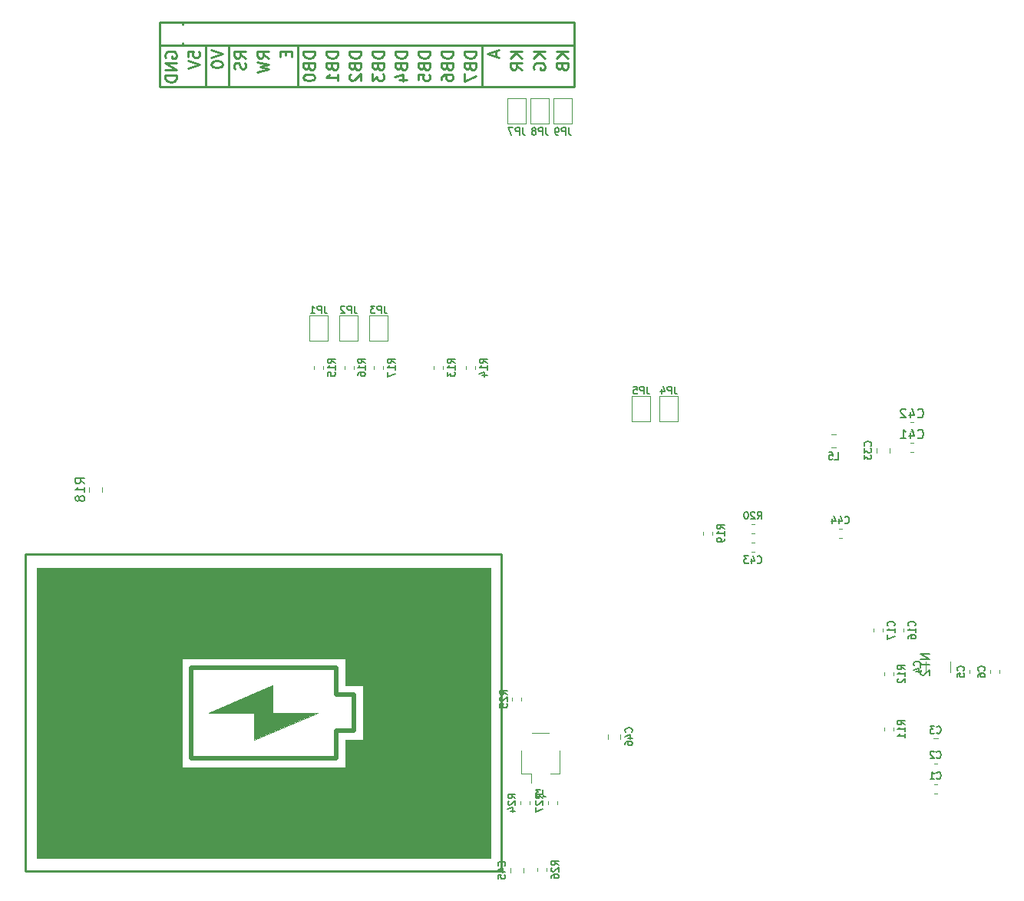
<source format=gbo>
G04 #@! TF.GenerationSoftware,KiCad,Pcbnew,(5.1.5)-3*
G04 #@! TF.CreationDate,2020-03-06T01:27:03-08:00*
G04 #@! TF.ProjectId,pandora,70616e64-6f72-4612-9e6b-696361645f70,A*
G04 #@! TF.SameCoordinates,PXf877d2b8PY8db4db0*
G04 #@! TF.FileFunction,Legend,Bot*
G04 #@! TF.FilePolarity,Positive*
%FSLAX46Y46*%
G04 Gerber Fmt 4.6, Leading zero omitted, Abs format (unit mm)*
G04 Created by KiCad (PCBNEW (5.1.5)-3) date 2020-03-06 01:27:03*
%MOMM*%
%LPD*%
G04 APERTURE LIST*
%ADD10C,0.254000*%
%ADD11C,0.120000*%
%ADD12C,0.100000*%
%ADD13C,0.500000*%
%ADD14C,0.250000*%
%ADD15C,0.150000*%
G04 APERTURE END LIST*
D10*
X23622000Y102362000D02*
X23622000Y97790000D01*
X21082000Y102362000D02*
X21082000Y97790000D01*
X31242000Y102362000D02*
X31242000Y97790000D01*
X51562000Y102362000D02*
X51562000Y97790000D01*
X61026524Y101640520D02*
X59756524Y101640520D01*
X61026524Y100914805D02*
X60300810Y101459091D01*
X59756524Y100914805D02*
X60482239Y101640520D01*
X60361286Y99947186D02*
X60421762Y99765758D01*
X60482239Y99705281D01*
X60603191Y99644805D01*
X60784620Y99644805D01*
X60905572Y99705281D01*
X60966048Y99765758D01*
X61026524Y99886710D01*
X61026524Y100370520D01*
X59756524Y100370520D01*
X59756524Y99947186D01*
X59817000Y99826234D01*
X59877477Y99765758D01*
X59998429Y99705281D01*
X60119381Y99705281D01*
X60240334Y99765758D01*
X60300810Y99826234D01*
X60361286Y99947186D01*
X60361286Y100370520D01*
X58486524Y101640520D02*
X57216524Y101640520D01*
X58486524Y100914805D02*
X57760810Y101459091D01*
X57216524Y100914805D02*
X57942239Y101640520D01*
X57277000Y99705281D02*
X57216524Y99826234D01*
X57216524Y100007662D01*
X57277000Y100189091D01*
X57397953Y100310043D01*
X57518905Y100370520D01*
X57760810Y100430996D01*
X57942239Y100430996D01*
X58184143Y100370520D01*
X58305096Y100310043D01*
X58426048Y100189091D01*
X58486524Y100007662D01*
X58486524Y99886710D01*
X58426048Y99705281D01*
X58365572Y99644805D01*
X57942239Y99644805D01*
X57942239Y99886710D01*
X55946524Y101640520D02*
X54676524Y101640520D01*
X55946524Y100914805D02*
X55220810Y101459091D01*
X54676524Y100914805D02*
X55402239Y101640520D01*
X55946524Y99644805D02*
X55341762Y100068139D01*
X55946524Y100370520D02*
X54676524Y100370520D01*
X54676524Y99886710D01*
X54737000Y99765758D01*
X54797477Y99705281D01*
X54918429Y99644805D01*
X55099858Y99644805D01*
X55220810Y99705281D01*
X55281286Y99765758D01*
X55341762Y99886710D01*
X55341762Y100370520D01*
X53043667Y101700996D02*
X53043667Y101096234D01*
X53406524Y101821948D02*
X52136524Y101398615D01*
X53406524Y100975281D01*
X50866524Y101640520D02*
X49596524Y101640520D01*
X49596524Y101338139D01*
X49657000Y101156710D01*
X49777953Y101035758D01*
X49898905Y100975281D01*
X50140810Y100914805D01*
X50322239Y100914805D01*
X50564143Y100975281D01*
X50685096Y101035758D01*
X50806048Y101156710D01*
X50866524Y101338139D01*
X50866524Y101640520D01*
X50201286Y99947186D02*
X50261762Y99765758D01*
X50322239Y99705281D01*
X50443191Y99644805D01*
X50624620Y99644805D01*
X50745572Y99705281D01*
X50806048Y99765758D01*
X50866524Y99886710D01*
X50866524Y100370520D01*
X49596524Y100370520D01*
X49596524Y99947186D01*
X49657000Y99826234D01*
X49717477Y99765758D01*
X49838429Y99705281D01*
X49959381Y99705281D01*
X50080334Y99765758D01*
X50140810Y99826234D01*
X50201286Y99947186D01*
X50201286Y100370520D01*
X49596524Y99221472D02*
X49596524Y98374805D01*
X50866524Y98919091D01*
X48326524Y101640520D02*
X47056524Y101640520D01*
X47056524Y101338139D01*
X47117000Y101156710D01*
X47237953Y101035758D01*
X47358905Y100975281D01*
X47600810Y100914805D01*
X47782239Y100914805D01*
X48024143Y100975281D01*
X48145096Y101035758D01*
X48266048Y101156710D01*
X48326524Y101338139D01*
X48326524Y101640520D01*
X47661286Y99947186D02*
X47721762Y99765758D01*
X47782239Y99705281D01*
X47903191Y99644805D01*
X48084620Y99644805D01*
X48205572Y99705281D01*
X48266048Y99765758D01*
X48326524Y99886710D01*
X48326524Y100370520D01*
X47056524Y100370520D01*
X47056524Y99947186D01*
X47117000Y99826234D01*
X47177477Y99765758D01*
X47298429Y99705281D01*
X47419381Y99705281D01*
X47540334Y99765758D01*
X47600810Y99826234D01*
X47661286Y99947186D01*
X47661286Y100370520D01*
X47056524Y98556234D02*
X47056524Y98798139D01*
X47117000Y98919091D01*
X47177477Y98979567D01*
X47358905Y99100520D01*
X47600810Y99160996D01*
X48084620Y99160996D01*
X48205572Y99100520D01*
X48266048Y99040043D01*
X48326524Y98919091D01*
X48326524Y98677186D01*
X48266048Y98556234D01*
X48205572Y98495758D01*
X48084620Y98435281D01*
X47782239Y98435281D01*
X47661286Y98495758D01*
X47600810Y98556234D01*
X47540334Y98677186D01*
X47540334Y98919091D01*
X47600810Y99040043D01*
X47661286Y99100520D01*
X47782239Y99160996D01*
X45786524Y101640520D02*
X44516524Y101640520D01*
X44516524Y101338139D01*
X44577000Y101156710D01*
X44697953Y101035758D01*
X44818905Y100975281D01*
X45060810Y100914805D01*
X45242239Y100914805D01*
X45484143Y100975281D01*
X45605096Y101035758D01*
X45726048Y101156710D01*
X45786524Y101338139D01*
X45786524Y101640520D01*
X45121286Y99947186D02*
X45181762Y99765758D01*
X45242239Y99705281D01*
X45363191Y99644805D01*
X45544620Y99644805D01*
X45665572Y99705281D01*
X45726048Y99765758D01*
X45786524Y99886710D01*
X45786524Y100370520D01*
X44516524Y100370520D01*
X44516524Y99947186D01*
X44577000Y99826234D01*
X44637477Y99765758D01*
X44758429Y99705281D01*
X44879381Y99705281D01*
X45000334Y99765758D01*
X45060810Y99826234D01*
X45121286Y99947186D01*
X45121286Y100370520D01*
X44516524Y98495758D02*
X44516524Y99100520D01*
X45121286Y99160996D01*
X45060810Y99100520D01*
X45000334Y98979567D01*
X45000334Y98677186D01*
X45060810Y98556234D01*
X45121286Y98495758D01*
X45242239Y98435281D01*
X45544620Y98435281D01*
X45665572Y98495758D01*
X45726048Y98556234D01*
X45786524Y98677186D01*
X45786524Y98979567D01*
X45726048Y99100520D01*
X45665572Y99160996D01*
X43246524Y101640520D02*
X41976524Y101640520D01*
X41976524Y101338139D01*
X42037000Y101156710D01*
X42157953Y101035758D01*
X42278905Y100975281D01*
X42520810Y100914805D01*
X42702239Y100914805D01*
X42944143Y100975281D01*
X43065096Y101035758D01*
X43186048Y101156710D01*
X43246524Y101338139D01*
X43246524Y101640520D01*
X42581286Y99947186D02*
X42641762Y99765758D01*
X42702239Y99705281D01*
X42823191Y99644805D01*
X43004620Y99644805D01*
X43125572Y99705281D01*
X43186048Y99765758D01*
X43246524Y99886710D01*
X43246524Y100370520D01*
X41976524Y100370520D01*
X41976524Y99947186D01*
X42037000Y99826234D01*
X42097477Y99765758D01*
X42218429Y99705281D01*
X42339381Y99705281D01*
X42460334Y99765758D01*
X42520810Y99826234D01*
X42581286Y99947186D01*
X42581286Y100370520D01*
X42399858Y98556234D02*
X43246524Y98556234D01*
X41916048Y98858615D02*
X42823191Y99160996D01*
X42823191Y98374805D01*
X40706524Y101640520D02*
X39436524Y101640520D01*
X39436524Y101338139D01*
X39497000Y101156710D01*
X39617953Y101035758D01*
X39738905Y100975281D01*
X39980810Y100914805D01*
X40162239Y100914805D01*
X40404143Y100975281D01*
X40525096Y101035758D01*
X40646048Y101156710D01*
X40706524Y101338139D01*
X40706524Y101640520D01*
X40041286Y99947186D02*
X40101762Y99765758D01*
X40162239Y99705281D01*
X40283191Y99644805D01*
X40464620Y99644805D01*
X40585572Y99705281D01*
X40646048Y99765758D01*
X40706524Y99886710D01*
X40706524Y100370520D01*
X39436524Y100370520D01*
X39436524Y99947186D01*
X39497000Y99826234D01*
X39557477Y99765758D01*
X39678429Y99705281D01*
X39799381Y99705281D01*
X39920334Y99765758D01*
X39980810Y99826234D01*
X40041286Y99947186D01*
X40041286Y100370520D01*
X39436524Y99221472D02*
X39436524Y98435281D01*
X39920334Y98858615D01*
X39920334Y98677186D01*
X39980810Y98556234D01*
X40041286Y98495758D01*
X40162239Y98435281D01*
X40464620Y98435281D01*
X40585572Y98495758D01*
X40646048Y98556234D01*
X40706524Y98677186D01*
X40706524Y99040043D01*
X40646048Y99160996D01*
X40585572Y99221472D01*
X38166524Y101640520D02*
X36896524Y101640520D01*
X36896524Y101338139D01*
X36957000Y101156710D01*
X37077953Y101035758D01*
X37198905Y100975281D01*
X37440810Y100914805D01*
X37622239Y100914805D01*
X37864143Y100975281D01*
X37985096Y101035758D01*
X38106048Y101156710D01*
X38166524Y101338139D01*
X38166524Y101640520D01*
X37501286Y99947186D02*
X37561762Y99765758D01*
X37622239Y99705281D01*
X37743191Y99644805D01*
X37924620Y99644805D01*
X38045572Y99705281D01*
X38106048Y99765758D01*
X38166524Y99886710D01*
X38166524Y100370520D01*
X36896524Y100370520D01*
X36896524Y99947186D01*
X36957000Y99826234D01*
X37017477Y99765758D01*
X37138429Y99705281D01*
X37259381Y99705281D01*
X37380334Y99765758D01*
X37440810Y99826234D01*
X37501286Y99947186D01*
X37501286Y100370520D01*
X37017477Y99160996D02*
X36957000Y99100520D01*
X36896524Y98979567D01*
X36896524Y98677186D01*
X36957000Y98556234D01*
X37017477Y98495758D01*
X37138429Y98435281D01*
X37259381Y98435281D01*
X37440810Y98495758D01*
X38166524Y99221472D01*
X38166524Y98435281D01*
X35626524Y101640520D02*
X34356524Y101640520D01*
X34356524Y101338139D01*
X34417000Y101156710D01*
X34537953Y101035758D01*
X34658905Y100975281D01*
X34900810Y100914805D01*
X35082239Y100914805D01*
X35324143Y100975281D01*
X35445096Y101035758D01*
X35566048Y101156710D01*
X35626524Y101338139D01*
X35626524Y101640520D01*
X34961286Y99947186D02*
X35021762Y99765758D01*
X35082239Y99705281D01*
X35203191Y99644805D01*
X35384620Y99644805D01*
X35505572Y99705281D01*
X35566048Y99765758D01*
X35626524Y99886710D01*
X35626524Y100370520D01*
X34356524Y100370520D01*
X34356524Y99947186D01*
X34417000Y99826234D01*
X34477477Y99765758D01*
X34598429Y99705281D01*
X34719381Y99705281D01*
X34840334Y99765758D01*
X34900810Y99826234D01*
X34961286Y99947186D01*
X34961286Y100370520D01*
X35626524Y98435281D02*
X35626524Y99160996D01*
X35626524Y98798139D02*
X34356524Y98798139D01*
X34537953Y98919091D01*
X34658905Y99040043D01*
X34719381Y99160996D01*
X33086524Y101640520D02*
X31816524Y101640520D01*
X31816524Y101338139D01*
X31877000Y101156710D01*
X31997953Y101035758D01*
X32118905Y100975281D01*
X32360810Y100914805D01*
X32542239Y100914805D01*
X32784143Y100975281D01*
X32905096Y101035758D01*
X33026048Y101156710D01*
X33086524Y101338139D01*
X33086524Y101640520D01*
X32421286Y99947186D02*
X32481762Y99765758D01*
X32542239Y99705281D01*
X32663191Y99644805D01*
X32844620Y99644805D01*
X32965572Y99705281D01*
X33026048Y99765758D01*
X33086524Y99886710D01*
X33086524Y100370520D01*
X31816524Y100370520D01*
X31816524Y99947186D01*
X31877000Y99826234D01*
X31937477Y99765758D01*
X32058429Y99705281D01*
X32179381Y99705281D01*
X32300334Y99765758D01*
X32360810Y99826234D01*
X32421286Y99947186D01*
X32421286Y100370520D01*
X31816524Y98858615D02*
X31816524Y98737662D01*
X31877000Y98616710D01*
X31937477Y98556234D01*
X32058429Y98495758D01*
X32300334Y98435281D01*
X32602715Y98435281D01*
X32844620Y98495758D01*
X32965572Y98556234D01*
X33026048Y98616710D01*
X33086524Y98737662D01*
X33086524Y98858615D01*
X33026048Y98979567D01*
X32965572Y99040043D01*
X32844620Y99100520D01*
X32602715Y99160996D01*
X32300334Y99160996D01*
X32058429Y99100520D01*
X31937477Y99040043D01*
X31877000Y98979567D01*
X31816524Y98858615D01*
X29881286Y101640520D02*
X29881286Y101217186D01*
X30546524Y101035758D02*
X30546524Y101640520D01*
X29276524Y101640520D01*
X29276524Y101035758D01*
X28006524Y100914805D02*
X27401762Y101338139D01*
X28006524Y101640520D02*
X26736524Y101640520D01*
X26736524Y101156710D01*
X26797000Y101035758D01*
X26857477Y100975281D01*
X26978429Y100914805D01*
X27159858Y100914805D01*
X27280810Y100975281D01*
X27341286Y101035758D01*
X27401762Y101156710D01*
X27401762Y101640520D01*
X26736524Y100491472D02*
X28006524Y100189091D01*
X27099381Y99947186D01*
X28006524Y99705281D01*
X26736524Y99402900D01*
X25466524Y100914805D02*
X24861762Y101338139D01*
X25466524Y101640520D02*
X24196524Y101640520D01*
X24196524Y101156710D01*
X24257000Y101035758D01*
X24317477Y100975281D01*
X24438429Y100914805D01*
X24619858Y100914805D01*
X24740810Y100975281D01*
X24801286Y101035758D01*
X24861762Y101156710D01*
X24861762Y101640520D01*
X25406048Y100430996D02*
X25466524Y100249567D01*
X25466524Y99947186D01*
X25406048Y99826234D01*
X25345572Y99765758D01*
X25224620Y99705281D01*
X25103667Y99705281D01*
X24982715Y99765758D01*
X24922239Y99826234D01*
X24861762Y99947186D01*
X24801286Y100189091D01*
X24740810Y100310043D01*
X24680334Y100370520D01*
X24559381Y100430996D01*
X24438429Y100430996D01*
X24317477Y100370520D01*
X24257000Y100310043D01*
X24196524Y100189091D01*
X24196524Y99886710D01*
X24257000Y99705281D01*
X21656524Y101821948D02*
X22926524Y101398615D01*
X21656524Y100975281D01*
X21656524Y100310043D02*
X21656524Y100189091D01*
X21717000Y100068139D01*
X21777477Y100007662D01*
X21898429Y99947186D01*
X22140334Y99886710D01*
X22442715Y99886710D01*
X22684620Y99947186D01*
X22805572Y100007662D01*
X22866048Y100068139D01*
X22926524Y100189091D01*
X22926524Y100310043D01*
X22866048Y100430996D01*
X22805572Y100491472D01*
X22684620Y100551948D01*
X22442715Y100612424D01*
X22140334Y100612424D01*
X21898429Y100551948D01*
X21777477Y100491472D01*
X21717000Y100430996D01*
X21656524Y100310043D01*
X19116524Y101035758D02*
X19116524Y101640520D01*
X19721286Y101700996D01*
X19660810Y101640520D01*
X19600334Y101519567D01*
X19600334Y101217186D01*
X19660810Y101096234D01*
X19721286Y101035758D01*
X19842239Y100975281D01*
X20144620Y100975281D01*
X20265572Y101035758D01*
X20326048Y101096234D01*
X20386524Y101217186D01*
X20386524Y101519567D01*
X20326048Y101640520D01*
X20265572Y101700996D01*
X19116524Y100612424D02*
X20386524Y100189091D01*
X19116524Y99765758D01*
X16637000Y100975281D02*
X16576524Y101096234D01*
X16576524Y101277662D01*
X16637000Y101459091D01*
X16757953Y101580043D01*
X16878905Y101640520D01*
X17120810Y101700996D01*
X17302239Y101700996D01*
X17544143Y101640520D01*
X17665096Y101580043D01*
X17786048Y101459091D01*
X17846524Y101277662D01*
X17846524Y101156710D01*
X17786048Y100975281D01*
X17725572Y100914805D01*
X17302239Y100914805D01*
X17302239Y101156710D01*
X17846524Y100370520D02*
X16576524Y100370520D01*
X17846524Y99644805D01*
X16576524Y99644805D01*
X17846524Y99040043D02*
X16576524Y99040043D01*
X16576524Y98737662D01*
X16637000Y98556234D01*
X16757953Y98435281D01*
X16878905Y98374805D01*
X17120810Y98314329D01*
X17302239Y98314329D01*
X17544143Y98374805D01*
X17665096Y98435281D01*
X17786048Y98556234D01*
X17846524Y98737662D01*
X17846524Y99040043D01*
X18542000Y102362000D02*
X18542000Y102616000D01*
X18542000Y104648000D02*
X18542000Y104902000D01*
X61722000Y104902000D02*
X61722000Y102362000D01*
X61722000Y104902000D02*
X16002000Y104902000D01*
X16002000Y104902000D02*
X16002000Y102362000D01*
X16002000Y102362000D02*
X61722000Y102362000D01*
X16002000Y102362000D02*
X16002000Y97790000D01*
X16002000Y97790000D02*
X61722000Y97790000D01*
X61722000Y102362000D02*
X61722000Y97790000D01*
D11*
X9600000Y53601252D02*
X9600000Y53078748D01*
X8180000Y53601252D02*
X8180000Y53078748D01*
X99127268Y60775001D02*
X98784734Y60775001D01*
X99127268Y59755001D02*
X98784734Y59755001D01*
X99127268Y58489001D02*
X98784734Y58489001D01*
X99127268Y57469001D02*
X98784734Y57469001D01*
D12*
G36*
X18432000Y22702000D02*
G01*
X18432000Y34702000D01*
X27432000Y34702000D01*
X27432000Y44702000D01*
X2432000Y44702000D01*
X2432000Y12702000D01*
X27432000Y12702000D01*
X27432000Y22702000D01*
X18432000Y22702000D01*
G37*
X18432000Y22702000D02*
X18432000Y34702000D01*
X27432000Y34702000D01*
X27432000Y44702000D01*
X2432000Y44702000D01*
X2432000Y12702000D01*
X27432000Y12702000D01*
X27432000Y22702000D01*
X18432000Y22702000D01*
G36*
X27432000Y44702000D02*
G01*
X27432000Y34702000D01*
X36432000Y34702000D01*
X36432000Y31702000D01*
X38432000Y31702000D01*
X38432000Y25702000D01*
X36432000Y25702000D01*
X36432000Y22702000D01*
X27432000Y22702000D01*
X27432000Y12702000D01*
X52432000Y12702000D01*
X52432000Y44702000D01*
X27432000Y44702000D01*
G37*
X27432000Y44702000D02*
X27432000Y34702000D01*
X36432000Y34702000D01*
X36432000Y31702000D01*
X38432000Y31702000D01*
X38432000Y25702000D01*
X36432000Y25702000D01*
X36432000Y22702000D01*
X27432000Y22702000D01*
X27432000Y12702000D01*
X52432000Y12702000D01*
X52432000Y44702000D01*
X27432000Y44702000D01*
G36*
X28432000Y28702000D02*
G01*
X28432000Y31702000D01*
X21432000Y28702000D01*
X26432000Y28702000D01*
X26432000Y25702000D01*
X33432000Y28702000D01*
X28432000Y28702000D01*
G37*
X28432000Y28702000D02*
X28432000Y31702000D01*
X21432000Y28702000D01*
X26432000Y28702000D01*
X26432000Y25702000D01*
X33432000Y28702000D01*
X28432000Y28702000D01*
D13*
X35432000Y30702000D02*
X37432000Y30702000D01*
X35432000Y26702000D02*
X37432000Y26702000D01*
X37432000Y30702000D02*
X37432000Y26702000D01*
X35432000Y26702000D02*
X35432000Y23702000D01*
X35432000Y33702000D02*
X35432000Y30702000D01*
X19432000Y33702000D02*
X19432000Y23702000D01*
X35432000Y33702000D02*
X19432000Y33702000D01*
X35432000Y23702000D02*
X19432000Y23702000D01*
D14*
X53682000Y46202000D02*
X1182000Y46202000D01*
X53682000Y11202000D02*
X1182000Y11202000D01*
X53682000Y11202000D02*
X53682000Y46202000D01*
X1182000Y11202000D02*
X1182000Y46202000D01*
D11*
X59819000Y18967267D02*
X59819000Y18624733D01*
X58799000Y18967267D02*
X58799000Y18624733D01*
X57656000Y11241732D02*
X57656000Y11584266D01*
X58676000Y11241732D02*
X58676000Y11584266D01*
X55882000Y30397267D02*
X55882000Y30054733D01*
X54862000Y30397267D02*
X54862000Y30054733D01*
X56771000Y18950266D02*
X56771000Y18607732D01*
X55751000Y18950266D02*
X55751000Y18607732D01*
X81578267Y48512000D02*
X81235733Y48512000D01*
X81578267Y49532000D02*
X81235733Y49532000D01*
X75944000Y48342733D02*
X75944000Y48685267D01*
X76964000Y48342733D02*
X76964000Y48685267D01*
X39622000Y66630733D02*
X39622000Y66973267D01*
X40642000Y66630733D02*
X40642000Y66973267D01*
X36343001Y66630733D02*
X36343001Y66973267D01*
X37363001Y66630733D02*
X37363001Y66973267D01*
X33018000Y66630733D02*
X33018000Y66973267D01*
X34038000Y66630733D02*
X34038000Y66973267D01*
X50802000Y66630733D02*
X50802000Y66973267D01*
X49782000Y66630733D02*
X49782000Y66973267D01*
X47246000Y66630733D02*
X47246000Y66973267D01*
X46226000Y66630733D02*
X46226000Y66973267D01*
X96903000Y32831732D02*
X96903000Y33174266D01*
X95883000Y32831732D02*
X95883000Y33174266D01*
X96903000Y26735732D02*
X96903000Y27078266D01*
X95883000Y26735732D02*
X95883000Y27078266D01*
X90035748Y57964000D02*
X90558252Y57964000D01*
X90035748Y59384000D02*
X90558252Y59384000D01*
X59452000Y96523000D02*
X59452000Y93723000D01*
X59452000Y93723000D02*
X61452000Y93723000D01*
X61452000Y93723000D02*
X61452000Y96523000D01*
X61452000Y96523000D02*
X59452000Y96523000D01*
X56912000Y96523000D02*
X56912000Y93723000D01*
X56912000Y93723000D02*
X58912000Y93723000D01*
X58912000Y93723000D02*
X58912000Y96523000D01*
X58912000Y96523000D02*
X56912000Y96523000D01*
X54372000Y96523000D02*
X54372000Y93723000D01*
X54372000Y93723000D02*
X56372000Y93723000D01*
X56372000Y93723000D02*
X56372000Y96523000D01*
X56372000Y96523000D02*
X54372000Y96523000D01*
X70088000Y60830000D02*
X70088000Y63630000D01*
X70088000Y63630000D02*
X68088000Y63630000D01*
X68088000Y63630000D02*
X68088000Y60830000D01*
X68088000Y60830000D02*
X70088000Y60830000D01*
X73136000Y60830000D02*
X73136000Y63630000D01*
X73136000Y63630000D02*
X71136000Y63630000D01*
X71136000Y63630000D02*
X71136000Y60830000D01*
X71136000Y60830000D02*
X73136000Y60830000D01*
X41132000Y69720000D02*
X41132000Y72520000D01*
X41132000Y72520000D02*
X39132000Y72520000D01*
X39132000Y72520000D02*
X39132000Y69720000D01*
X39132000Y69720000D02*
X41132000Y69720000D01*
X37830000Y69720000D02*
X37830000Y72520000D01*
X37830000Y72520000D02*
X35830000Y72520000D01*
X35830000Y72520000D02*
X35830000Y69720000D01*
X35830000Y69720000D02*
X37830000Y69720000D01*
X34528000Y69720000D02*
X34528000Y72520000D01*
X34528000Y72520000D02*
X32528000Y72520000D01*
X32528000Y72520000D02*
X32528000Y69720000D01*
X32528000Y69720000D02*
X34528000Y69720000D01*
X57039001Y26477999D02*
X58919001Y26477999D01*
X60089001Y22007999D02*
X59039001Y22007999D01*
X60089001Y24507999D02*
X60089001Y22007999D01*
X56919001Y22007999D02*
X56919001Y21017999D01*
X55869001Y22007999D02*
X56919001Y22007999D01*
X55869001Y24507999D02*
X55869001Y22007999D01*
X65397001Y25817747D02*
X65397001Y26340251D01*
X66817001Y25817747D02*
X66817001Y26340251D01*
X56082000Y11608251D02*
X56082000Y11085747D01*
X54662000Y11608251D02*
X54662000Y11085747D01*
X91230267Y48004000D02*
X90887733Y48004000D01*
X91230267Y49024000D02*
X90887733Y49024000D01*
X81235733Y46480000D02*
X81578267Y46480000D01*
X81235733Y47500000D02*
X81578267Y47500000D01*
X96468000Y57919252D02*
X96468000Y57396748D01*
X95048000Y57919252D02*
X95048000Y57396748D01*
X95767002Y37657732D02*
X95767002Y38000266D01*
X94747002Y37657732D02*
X94747002Y38000266D01*
X98053002Y37657732D02*
X98053002Y38000266D01*
X97033002Y37657732D02*
X97033002Y38000266D01*
X108587000Y33399265D02*
X108587000Y33056731D01*
X107567000Y33399265D02*
X107567000Y33056731D01*
X105281000Y33399265D02*
X105281000Y33056731D01*
X106301000Y33399265D02*
X106301000Y33056731D01*
X100494000Y34384064D02*
X100494000Y33179936D01*
X103214000Y34384064D02*
X103214000Y33179936D01*
X101811253Y24436000D02*
X101288749Y24436000D01*
X101811253Y25856000D02*
X101288749Y25856000D01*
X101721268Y22096000D02*
X101378734Y22096000D01*
X101721268Y23116000D02*
X101378734Y23116000D01*
X101721268Y19810000D02*
X101378734Y19810000D01*
X101721268Y20830000D02*
X101378734Y20830000D01*
D15*
X100909381Y35178858D02*
X99909381Y35178858D01*
X100909381Y34607429D01*
X99909381Y34607429D01*
X99909381Y34274096D02*
X99909381Y33702667D01*
X100909381Y33988381D02*
X99909381Y33988381D01*
X100004620Y33416953D02*
X99957000Y33369334D01*
X99909381Y33274096D01*
X99909381Y33036000D01*
X99957000Y32940762D01*
X100004620Y32893143D01*
X100099858Y32845524D01*
X100195096Y32845524D01*
X100337953Y32893143D01*
X100909381Y33464572D01*
X100909381Y32845524D01*
X7692381Y53982858D02*
X7216191Y54316191D01*
X7692381Y54554286D02*
X6692381Y54554286D01*
X6692381Y54173334D01*
X6740000Y54078096D01*
X6787620Y54030477D01*
X6882858Y53982858D01*
X7025715Y53982858D01*
X7120953Y54030477D01*
X7168572Y54078096D01*
X7216191Y54173334D01*
X7216191Y54554286D01*
X7692381Y53030477D02*
X7692381Y53601905D01*
X7692381Y53316191D02*
X6692381Y53316191D01*
X6835239Y53411429D01*
X6930477Y53506667D01*
X6978096Y53601905D01*
X7120953Y52459048D02*
X7073334Y52554286D01*
X7025715Y52601905D01*
X6930477Y52649524D01*
X6882858Y52649524D01*
X6787620Y52601905D01*
X6740000Y52554286D01*
X6692381Y52459048D01*
X6692381Y52268572D01*
X6740000Y52173334D01*
X6787620Y52125715D01*
X6882858Y52078096D01*
X6930477Y52078096D01*
X7025715Y52125715D01*
X7073334Y52173334D01*
X7120953Y52268572D01*
X7120953Y52459048D01*
X7168572Y52554286D01*
X7216191Y52601905D01*
X7311429Y52649524D01*
X7501905Y52649524D01*
X7597143Y52601905D01*
X7644762Y52554286D01*
X7692381Y52459048D01*
X7692381Y52268572D01*
X7644762Y52173334D01*
X7597143Y52125715D01*
X7501905Y52078096D01*
X7311429Y52078096D01*
X7216191Y52125715D01*
X7168572Y52173334D01*
X7120953Y52268572D01*
X99598859Y61337859D02*
X99646478Y61290240D01*
X99789335Y61242621D01*
X99884573Y61242621D01*
X100027430Y61290240D01*
X100122668Y61385478D01*
X100170287Y61480716D01*
X100217906Y61671192D01*
X100217906Y61814049D01*
X100170287Y62004525D01*
X100122668Y62099763D01*
X100027430Y62195001D01*
X99884573Y62242621D01*
X99789335Y62242621D01*
X99646478Y62195001D01*
X99598859Y62147382D01*
X98741716Y61909287D02*
X98741716Y61242621D01*
X98979811Y62290240D02*
X99217906Y61575954D01*
X98598859Y61575954D01*
X98265525Y62147382D02*
X98217906Y62195001D01*
X98122668Y62242621D01*
X97884573Y62242621D01*
X97789335Y62195001D01*
X97741716Y62147382D01*
X97694097Y62052144D01*
X97694097Y61956906D01*
X97741716Y61814049D01*
X98313144Y61242621D01*
X97694097Y61242621D01*
X99598859Y59051859D02*
X99646478Y59004240D01*
X99789335Y58956621D01*
X99884573Y58956621D01*
X100027430Y59004240D01*
X100122668Y59099478D01*
X100170287Y59194716D01*
X100217906Y59385192D01*
X100217906Y59528049D01*
X100170287Y59718525D01*
X100122668Y59813763D01*
X100027430Y59909001D01*
X99884573Y59956621D01*
X99789335Y59956621D01*
X99646478Y59909001D01*
X99598859Y59861382D01*
X98741716Y59623287D02*
X98741716Y58956621D01*
X98979811Y60004240D02*
X99217906Y59289954D01*
X98598859Y59289954D01*
X97694097Y58956621D02*
X98265525Y58956621D01*
X97979811Y58956621D02*
X97979811Y59956621D01*
X98075049Y59813763D01*
X98170287Y59718525D01*
X98265525Y59670906D01*
X58246696Y19285858D02*
X57859648Y19539858D01*
X58246696Y19721286D02*
X57433896Y19721286D01*
X57433896Y19431000D01*
X57472600Y19358429D01*
X57511305Y19322143D01*
X57588715Y19285858D01*
X57704829Y19285858D01*
X57782239Y19322143D01*
X57820943Y19358429D01*
X57859648Y19431000D01*
X57859648Y19721286D01*
X57511305Y18995572D02*
X57472600Y18959286D01*
X57433896Y18886715D01*
X57433896Y18705286D01*
X57472600Y18632715D01*
X57511305Y18596429D01*
X57588715Y18560143D01*
X57666124Y18560143D01*
X57782239Y18596429D01*
X58246696Y19031858D01*
X58246696Y18560143D01*
X57433896Y18306143D02*
X57433896Y17798143D01*
X58246696Y18124715D01*
X59963696Y11902857D02*
X59576648Y12156857D01*
X59963696Y12338285D02*
X59150896Y12338285D01*
X59150896Y12047999D01*
X59189600Y11975428D01*
X59228305Y11939142D01*
X59305715Y11902857D01*
X59421829Y11902857D01*
X59499239Y11939142D01*
X59537943Y11975428D01*
X59576648Y12047999D01*
X59576648Y12338285D01*
X59228305Y11612571D02*
X59189600Y11576285D01*
X59150896Y11503714D01*
X59150896Y11322285D01*
X59189600Y11249714D01*
X59228305Y11213428D01*
X59305715Y11177142D01*
X59383124Y11177142D01*
X59499239Y11213428D01*
X59963696Y11648857D01*
X59963696Y11177142D01*
X59150896Y10523999D02*
X59150896Y10669142D01*
X59189600Y10741714D01*
X59228305Y10777999D01*
X59344420Y10850571D01*
X59499239Y10886857D01*
X59808877Y10886857D01*
X59886286Y10850571D01*
X59924991Y10814285D01*
X59963696Y10741714D01*
X59963696Y10596571D01*
X59924991Y10523999D01*
X59886286Y10487714D01*
X59808877Y10451428D01*
X59615353Y10451428D01*
X59537943Y10487714D01*
X59499239Y10523999D01*
X59460534Y10596571D01*
X59460534Y10741714D01*
X59499239Y10814285D01*
X59537943Y10850571D01*
X59615353Y10886857D01*
X54309696Y30715858D02*
X53922648Y30969858D01*
X54309696Y31151286D02*
X53496896Y31151286D01*
X53496896Y30861000D01*
X53535600Y30788429D01*
X53574305Y30752143D01*
X53651715Y30715858D01*
X53767829Y30715858D01*
X53845239Y30752143D01*
X53883943Y30788429D01*
X53922648Y30861000D01*
X53922648Y31151286D01*
X53574305Y30425572D02*
X53535600Y30389286D01*
X53496896Y30316715D01*
X53496896Y30135286D01*
X53535600Y30062715D01*
X53574305Y30026429D01*
X53651715Y29990143D01*
X53729124Y29990143D01*
X53845239Y30026429D01*
X54309696Y30461858D01*
X54309696Y29990143D01*
X53496896Y29300715D02*
X53496896Y29663572D01*
X53883943Y29699858D01*
X53845239Y29663572D01*
X53806534Y29591000D01*
X53806534Y29409572D01*
X53845239Y29337000D01*
X53883943Y29300715D01*
X53961353Y29264429D01*
X54154877Y29264429D01*
X54232286Y29300715D01*
X54270991Y29337000D01*
X54309696Y29409572D01*
X54309696Y29591000D01*
X54270991Y29663572D01*
X54232286Y29699858D01*
X55198696Y19268857D02*
X54811648Y19522857D01*
X55198696Y19704285D02*
X54385896Y19704285D01*
X54385896Y19413999D01*
X54424600Y19341428D01*
X54463305Y19305142D01*
X54540715Y19268857D01*
X54656829Y19268857D01*
X54734239Y19305142D01*
X54772943Y19341428D01*
X54811648Y19413999D01*
X54811648Y19704285D01*
X54463305Y18978571D02*
X54424600Y18942285D01*
X54385896Y18869714D01*
X54385896Y18688285D01*
X54424600Y18615714D01*
X54463305Y18579428D01*
X54540715Y18543142D01*
X54618124Y18543142D01*
X54734239Y18579428D01*
X55198696Y19014857D01*
X55198696Y18543142D01*
X54656829Y17889999D02*
X55198696Y17889999D01*
X54347191Y18071428D02*
X54927762Y18252857D01*
X54927762Y17781142D01*
X81896858Y50084305D02*
X82150858Y50471353D01*
X82332286Y50084305D02*
X82332286Y50897105D01*
X82042000Y50897105D01*
X81969429Y50858400D01*
X81933143Y50819696D01*
X81896858Y50742286D01*
X81896858Y50626172D01*
X81933143Y50548762D01*
X81969429Y50510058D01*
X82042000Y50471353D01*
X82332286Y50471353D01*
X81606572Y50819696D02*
X81570286Y50858400D01*
X81497715Y50897105D01*
X81316286Y50897105D01*
X81243715Y50858400D01*
X81207429Y50819696D01*
X81171143Y50742286D01*
X81171143Y50664877D01*
X81207429Y50548762D01*
X81642858Y50084305D01*
X81171143Y50084305D01*
X80699429Y50897105D02*
X80626858Y50897105D01*
X80554286Y50858400D01*
X80518000Y50819696D01*
X80481715Y50742286D01*
X80445429Y50587467D01*
X80445429Y50393943D01*
X80481715Y50239124D01*
X80518000Y50161715D01*
X80554286Y50123010D01*
X80626858Y50084305D01*
X80699429Y50084305D01*
X80772000Y50123010D01*
X80808286Y50161715D01*
X80844572Y50239124D01*
X80880858Y50393943D01*
X80880858Y50587467D01*
X80844572Y50742286D01*
X80808286Y50819696D01*
X80772000Y50858400D01*
X80699429Y50897105D01*
X78251696Y49003858D02*
X77864648Y49257858D01*
X78251696Y49439286D02*
X77438896Y49439286D01*
X77438896Y49149000D01*
X77477600Y49076429D01*
X77516305Y49040143D01*
X77593715Y49003858D01*
X77709829Y49003858D01*
X77787239Y49040143D01*
X77825943Y49076429D01*
X77864648Y49149000D01*
X77864648Y49439286D01*
X78251696Y48278143D02*
X78251696Y48713572D01*
X78251696Y48495858D02*
X77438896Y48495858D01*
X77555010Y48568429D01*
X77632420Y48641000D01*
X77671124Y48713572D01*
X78251696Y47915286D02*
X78251696Y47770143D01*
X78212991Y47697572D01*
X78174286Y47661286D01*
X78058172Y47588715D01*
X77903353Y47552429D01*
X77593715Y47552429D01*
X77516305Y47588715D01*
X77477600Y47625000D01*
X77438896Y47697572D01*
X77438896Y47842715D01*
X77477600Y47915286D01*
X77516305Y47951572D01*
X77593715Y47987858D01*
X77787239Y47987858D01*
X77864648Y47951572D01*
X77903353Y47915286D01*
X77942058Y47842715D01*
X77942058Y47697572D01*
X77903353Y47625000D01*
X77864648Y47588715D01*
X77787239Y47552429D01*
X41929696Y67291858D02*
X41542648Y67545858D01*
X41929696Y67727286D02*
X41116896Y67727286D01*
X41116896Y67437000D01*
X41155600Y67364429D01*
X41194305Y67328143D01*
X41271715Y67291858D01*
X41387829Y67291858D01*
X41465239Y67328143D01*
X41503943Y67364429D01*
X41542648Y67437000D01*
X41542648Y67727286D01*
X41929696Y66566143D02*
X41929696Y67001572D01*
X41929696Y66783858D02*
X41116896Y66783858D01*
X41233010Y66856429D01*
X41310420Y66929000D01*
X41349124Y67001572D01*
X41116896Y66312143D02*
X41116896Y65804143D01*
X41929696Y66130715D01*
X38650697Y67291858D02*
X38263649Y67545858D01*
X38650697Y67727286D02*
X37837897Y67727286D01*
X37837897Y67437000D01*
X37876601Y67364429D01*
X37915306Y67328143D01*
X37992716Y67291858D01*
X38108830Y67291858D01*
X38186240Y67328143D01*
X38224944Y67364429D01*
X38263649Y67437000D01*
X38263649Y67727286D01*
X38650697Y66566143D02*
X38650697Y67001572D01*
X38650697Y66783858D02*
X37837897Y66783858D01*
X37954011Y66856429D01*
X38031421Y66929000D01*
X38070125Y67001572D01*
X37837897Y65913000D02*
X37837897Y66058143D01*
X37876601Y66130715D01*
X37915306Y66167000D01*
X38031421Y66239572D01*
X38186240Y66275858D01*
X38495878Y66275858D01*
X38573287Y66239572D01*
X38611992Y66203286D01*
X38650697Y66130715D01*
X38650697Y65985572D01*
X38611992Y65913000D01*
X38573287Y65876715D01*
X38495878Y65840429D01*
X38302354Y65840429D01*
X38224944Y65876715D01*
X38186240Y65913000D01*
X38147535Y65985572D01*
X38147535Y66130715D01*
X38186240Y66203286D01*
X38224944Y66239572D01*
X38302354Y66275858D01*
X35325696Y67291858D02*
X34938648Y67545858D01*
X35325696Y67727286D02*
X34512896Y67727286D01*
X34512896Y67437000D01*
X34551600Y67364429D01*
X34590305Y67328143D01*
X34667715Y67291858D01*
X34783829Y67291858D01*
X34861239Y67328143D01*
X34899943Y67364429D01*
X34938648Y67437000D01*
X34938648Y67727286D01*
X35325696Y66566143D02*
X35325696Y67001572D01*
X35325696Y66783858D02*
X34512896Y66783858D01*
X34629010Y66856429D01*
X34706420Y66929000D01*
X34745124Y67001572D01*
X34512896Y65876715D02*
X34512896Y66239572D01*
X34899943Y66275858D01*
X34861239Y66239572D01*
X34822534Y66167000D01*
X34822534Y65985572D01*
X34861239Y65913000D01*
X34899943Y65876715D01*
X34977353Y65840429D01*
X35170877Y65840429D01*
X35248286Y65876715D01*
X35286991Y65913000D01*
X35325696Y65985572D01*
X35325696Y66167000D01*
X35286991Y66239572D01*
X35248286Y66275858D01*
X52089696Y67291858D02*
X51702648Y67545858D01*
X52089696Y67727286D02*
X51276896Y67727286D01*
X51276896Y67437000D01*
X51315600Y67364429D01*
X51354305Y67328143D01*
X51431715Y67291858D01*
X51547829Y67291858D01*
X51625239Y67328143D01*
X51663943Y67364429D01*
X51702648Y67437000D01*
X51702648Y67727286D01*
X52089696Y66566143D02*
X52089696Y67001572D01*
X52089696Y66783858D02*
X51276896Y66783858D01*
X51393010Y66856429D01*
X51470420Y66929000D01*
X51509124Y67001572D01*
X51547829Y65913000D02*
X52089696Y65913000D01*
X51238191Y66094429D02*
X51818762Y66275858D01*
X51818762Y65804143D01*
X48533696Y67291858D02*
X48146648Y67545858D01*
X48533696Y67727286D02*
X47720896Y67727286D01*
X47720896Y67437000D01*
X47759600Y67364429D01*
X47798305Y67328143D01*
X47875715Y67291858D01*
X47991829Y67291858D01*
X48069239Y67328143D01*
X48107943Y67364429D01*
X48146648Y67437000D01*
X48146648Y67727286D01*
X48533696Y66566143D02*
X48533696Y67001572D01*
X48533696Y66783858D02*
X47720896Y66783858D01*
X47837010Y66856429D01*
X47914420Y66929000D01*
X47953124Y67001572D01*
X47720896Y66312143D02*
X47720896Y65840429D01*
X48030534Y66094429D01*
X48030534Y65985572D01*
X48069239Y65913000D01*
X48107943Y65876715D01*
X48185353Y65840429D01*
X48378877Y65840429D01*
X48456286Y65876715D01*
X48494991Y65913000D01*
X48533696Y65985572D01*
X48533696Y66203286D01*
X48494991Y66275858D01*
X48456286Y66312143D01*
X98190696Y33492857D02*
X97803648Y33746857D01*
X98190696Y33928285D02*
X97377896Y33928285D01*
X97377896Y33637999D01*
X97416600Y33565428D01*
X97455305Y33529142D01*
X97532715Y33492857D01*
X97648829Y33492857D01*
X97726239Y33529142D01*
X97764943Y33565428D01*
X97803648Y33637999D01*
X97803648Y33928285D01*
X98190696Y32767142D02*
X98190696Y33202571D01*
X98190696Y32984857D02*
X97377896Y32984857D01*
X97494010Y33057428D01*
X97571420Y33129999D01*
X97610124Y33202571D01*
X97455305Y32476857D02*
X97416600Y32440571D01*
X97377896Y32367999D01*
X97377896Y32186571D01*
X97416600Y32113999D01*
X97455305Y32077714D01*
X97532715Y32041428D01*
X97610124Y32041428D01*
X97726239Y32077714D01*
X98190696Y32513142D01*
X98190696Y32041428D01*
X98190696Y27396857D02*
X97803648Y27650857D01*
X98190696Y27832285D02*
X97377896Y27832285D01*
X97377896Y27541999D01*
X97416600Y27469428D01*
X97455305Y27433142D01*
X97532715Y27396857D01*
X97648829Y27396857D01*
X97726239Y27433142D01*
X97764943Y27469428D01*
X97803648Y27541999D01*
X97803648Y27832285D01*
X98190696Y26671142D02*
X98190696Y27106571D01*
X98190696Y26888857D02*
X97377896Y26888857D01*
X97494010Y26961428D01*
X97571420Y27033999D01*
X97610124Y27106571D01*
X98190696Y25945428D02*
X98190696Y26380857D01*
X98190696Y26163142D02*
X97377896Y26163142D01*
X97494010Y26235714D01*
X97571420Y26308285D01*
X97610124Y26380857D01*
X90424000Y56656305D02*
X90786858Y56656305D01*
X90786858Y57469105D01*
X89807143Y57469105D02*
X90170000Y57469105D01*
X90206286Y57082058D01*
X90170000Y57120762D01*
X90097429Y57159467D01*
X89916000Y57159467D01*
X89843429Y57120762D01*
X89807143Y57082058D01*
X89770858Y57004648D01*
X89770858Y56811124D01*
X89807143Y56733715D01*
X89843429Y56695010D01*
X89916000Y56656305D01*
X90097429Y56656305D01*
X90170000Y56695010D01*
X90206286Y56733715D01*
X61087000Y93282105D02*
X61087000Y92701534D01*
X61123286Y92585420D01*
X61195858Y92508010D01*
X61304715Y92469305D01*
X61377286Y92469305D01*
X60724143Y92469305D02*
X60724143Y93282105D01*
X60433858Y93282105D01*
X60361286Y93243400D01*
X60325000Y93204696D01*
X60288715Y93127286D01*
X60288715Y93011172D01*
X60325000Y92933762D01*
X60361286Y92895058D01*
X60433858Y92856353D01*
X60724143Y92856353D01*
X59925858Y92469305D02*
X59780715Y92469305D01*
X59708143Y92508010D01*
X59671858Y92546715D01*
X59599286Y92662829D01*
X59563000Y92817648D01*
X59563000Y93127286D01*
X59599286Y93204696D01*
X59635572Y93243400D01*
X59708143Y93282105D01*
X59853286Y93282105D01*
X59925858Y93243400D01*
X59962143Y93204696D01*
X59998429Y93127286D01*
X59998429Y92933762D01*
X59962143Y92856353D01*
X59925858Y92817648D01*
X59853286Y92778943D01*
X59708143Y92778943D01*
X59635572Y92817648D01*
X59599286Y92856353D01*
X59563000Y92933762D01*
X58547000Y93282105D02*
X58547000Y92701534D01*
X58583286Y92585420D01*
X58655858Y92508010D01*
X58764715Y92469305D01*
X58837286Y92469305D01*
X58184143Y92469305D02*
X58184143Y93282105D01*
X57893858Y93282105D01*
X57821286Y93243400D01*
X57785000Y93204696D01*
X57748715Y93127286D01*
X57748715Y93011172D01*
X57785000Y92933762D01*
X57821286Y92895058D01*
X57893858Y92856353D01*
X58184143Y92856353D01*
X57313286Y92933762D02*
X57385858Y92972467D01*
X57422143Y93011172D01*
X57458429Y93088581D01*
X57458429Y93127286D01*
X57422143Y93204696D01*
X57385858Y93243400D01*
X57313286Y93282105D01*
X57168143Y93282105D01*
X57095572Y93243400D01*
X57059286Y93204696D01*
X57023000Y93127286D01*
X57023000Y93088581D01*
X57059286Y93011172D01*
X57095572Y92972467D01*
X57168143Y92933762D01*
X57313286Y92933762D01*
X57385858Y92895058D01*
X57422143Y92856353D01*
X57458429Y92778943D01*
X57458429Y92624124D01*
X57422143Y92546715D01*
X57385858Y92508010D01*
X57313286Y92469305D01*
X57168143Y92469305D01*
X57095572Y92508010D01*
X57059286Y92546715D01*
X57023000Y92624124D01*
X57023000Y92778943D01*
X57059286Y92856353D01*
X57095572Y92895058D01*
X57168143Y92933762D01*
X56007000Y93282105D02*
X56007000Y92701534D01*
X56043286Y92585420D01*
X56115858Y92508010D01*
X56224715Y92469305D01*
X56297286Y92469305D01*
X55644143Y92469305D02*
X55644143Y93282105D01*
X55353858Y93282105D01*
X55281286Y93243400D01*
X55245000Y93204696D01*
X55208715Y93127286D01*
X55208715Y93011172D01*
X55245000Y92933762D01*
X55281286Y92895058D01*
X55353858Y92856353D01*
X55644143Y92856353D01*
X54954715Y93282105D02*
X54446715Y93282105D01*
X54773286Y92469305D01*
X69723000Y64707105D02*
X69723000Y64126534D01*
X69759286Y64010420D01*
X69831858Y63933010D01*
X69940715Y63894305D01*
X70013286Y63894305D01*
X69360143Y63894305D02*
X69360143Y64707105D01*
X69069858Y64707105D01*
X68997286Y64668400D01*
X68961000Y64629696D01*
X68924715Y64552286D01*
X68924715Y64436172D01*
X68961000Y64358762D01*
X68997286Y64320058D01*
X69069858Y64281353D01*
X69360143Y64281353D01*
X68235286Y64707105D02*
X68598143Y64707105D01*
X68634429Y64320058D01*
X68598143Y64358762D01*
X68525572Y64397467D01*
X68344143Y64397467D01*
X68271572Y64358762D01*
X68235286Y64320058D01*
X68199000Y64242648D01*
X68199000Y64049124D01*
X68235286Y63971715D01*
X68271572Y63933010D01*
X68344143Y63894305D01*
X68525572Y63894305D01*
X68598143Y63933010D01*
X68634429Y63971715D01*
X72771000Y64707105D02*
X72771000Y64126534D01*
X72807286Y64010420D01*
X72879858Y63933010D01*
X72988715Y63894305D01*
X73061286Y63894305D01*
X72408143Y63894305D02*
X72408143Y64707105D01*
X72117858Y64707105D01*
X72045286Y64668400D01*
X72009000Y64629696D01*
X71972715Y64552286D01*
X71972715Y64436172D01*
X72009000Y64358762D01*
X72045286Y64320058D01*
X72117858Y64281353D01*
X72408143Y64281353D01*
X71319572Y64436172D02*
X71319572Y63894305D01*
X71501000Y64745810D02*
X71682429Y64165239D01*
X71210715Y64165239D01*
X40767000Y73597105D02*
X40767000Y73016534D01*
X40803286Y72900420D01*
X40875858Y72823010D01*
X40984715Y72784305D01*
X41057286Y72784305D01*
X40404143Y72784305D02*
X40404143Y73597105D01*
X40113858Y73597105D01*
X40041286Y73558400D01*
X40005000Y73519696D01*
X39968715Y73442286D01*
X39968715Y73326172D01*
X40005000Y73248762D01*
X40041286Y73210058D01*
X40113858Y73171353D01*
X40404143Y73171353D01*
X39714715Y73597105D02*
X39243000Y73597105D01*
X39497000Y73287467D01*
X39388143Y73287467D01*
X39315572Y73248762D01*
X39279286Y73210058D01*
X39243000Y73132648D01*
X39243000Y72939124D01*
X39279286Y72861715D01*
X39315572Y72823010D01*
X39388143Y72784305D01*
X39605858Y72784305D01*
X39678429Y72823010D01*
X39714715Y72861715D01*
X37465000Y73597105D02*
X37465000Y73016534D01*
X37501286Y72900420D01*
X37573858Y72823010D01*
X37682715Y72784305D01*
X37755286Y72784305D01*
X37102143Y72784305D02*
X37102143Y73597105D01*
X36811858Y73597105D01*
X36739286Y73558400D01*
X36703000Y73519696D01*
X36666715Y73442286D01*
X36666715Y73326172D01*
X36703000Y73248762D01*
X36739286Y73210058D01*
X36811858Y73171353D01*
X37102143Y73171353D01*
X36376429Y73519696D02*
X36340143Y73558400D01*
X36267572Y73597105D01*
X36086143Y73597105D01*
X36013572Y73558400D01*
X35977286Y73519696D01*
X35941000Y73442286D01*
X35941000Y73364877D01*
X35977286Y73248762D01*
X36412715Y72784305D01*
X35941000Y72784305D01*
X34163000Y73597105D02*
X34163000Y73016534D01*
X34199286Y72900420D01*
X34271858Y72823010D01*
X34380715Y72784305D01*
X34453286Y72784305D01*
X33800143Y72784305D02*
X33800143Y73597105D01*
X33509858Y73597105D01*
X33437286Y73558400D01*
X33401000Y73519696D01*
X33364715Y73442286D01*
X33364715Y73326172D01*
X33401000Y73248762D01*
X33437286Y73210058D01*
X33509858Y73171353D01*
X33800143Y73171353D01*
X32639000Y72784305D02*
X33074429Y72784305D01*
X32856715Y72784305D02*
X32856715Y73597105D01*
X32929286Y73480991D01*
X33001858Y73403581D01*
X33074429Y73364877D01*
X58233001Y20258104D02*
X58233001Y19677533D01*
X58269287Y19561419D01*
X58341859Y19484009D01*
X58450716Y19445304D01*
X58523287Y19445304D01*
X57942716Y20258104D02*
X57471001Y20258104D01*
X57725001Y19948466D01*
X57616144Y19948466D01*
X57543573Y19909761D01*
X57507287Y19871057D01*
X57471001Y19793647D01*
X57471001Y19600123D01*
X57507287Y19522714D01*
X57543573Y19484009D01*
X57616144Y19445304D01*
X57833859Y19445304D01*
X57906430Y19484009D01*
X57942716Y19522714D01*
X68047287Y26568857D02*
X68085992Y26605142D01*
X68124697Y26713999D01*
X68124697Y26786571D01*
X68085992Y26895428D01*
X68008582Y26967999D01*
X67931173Y27004285D01*
X67776354Y27040571D01*
X67660240Y27040571D01*
X67505421Y27004285D01*
X67428011Y26967999D01*
X67350601Y26895428D01*
X67311897Y26786571D01*
X67311897Y26713999D01*
X67350601Y26605142D01*
X67389306Y26568857D01*
X67582830Y25915714D02*
X68124697Y25915714D01*
X67273192Y26097142D02*
X67853763Y26278571D01*
X67853763Y25806857D01*
X67311897Y25189999D02*
X67311897Y25335142D01*
X67350601Y25407714D01*
X67389306Y25443999D01*
X67505421Y25516571D01*
X67660240Y25552857D01*
X67969878Y25552857D01*
X68047287Y25516571D01*
X68085992Y25480285D01*
X68124697Y25407714D01*
X68124697Y25262571D01*
X68085992Y25189999D01*
X68047287Y25153714D01*
X67969878Y25117428D01*
X67776354Y25117428D01*
X67698944Y25153714D01*
X67660240Y25189999D01*
X67621535Y25262571D01*
X67621535Y25407714D01*
X67660240Y25480285D01*
X67698944Y25516571D01*
X67776354Y25552857D01*
X54012286Y11836857D02*
X54050991Y11873142D01*
X54089696Y11981999D01*
X54089696Y12054571D01*
X54050991Y12163428D01*
X53973581Y12235999D01*
X53896172Y12272285D01*
X53741353Y12308571D01*
X53625239Y12308571D01*
X53470420Y12272285D01*
X53393010Y12235999D01*
X53315600Y12163428D01*
X53276896Y12054571D01*
X53276896Y11981999D01*
X53315600Y11873142D01*
X53354305Y11836857D01*
X53547829Y11183714D02*
X54089696Y11183714D01*
X53238191Y11365142D02*
X53818762Y11546571D01*
X53818762Y11074857D01*
X53276896Y10421714D02*
X53276896Y10784571D01*
X53663943Y10820857D01*
X53625239Y10784571D01*
X53586534Y10711999D01*
X53586534Y10530571D01*
X53625239Y10457999D01*
X53663943Y10421714D01*
X53741353Y10385428D01*
X53934877Y10385428D01*
X54012286Y10421714D01*
X54050991Y10457999D01*
X54089696Y10530571D01*
X54089696Y10711999D01*
X54050991Y10784571D01*
X54012286Y10820857D01*
X91548858Y49653715D02*
X91585143Y49615010D01*
X91694000Y49576305D01*
X91766572Y49576305D01*
X91875429Y49615010D01*
X91948000Y49692420D01*
X91984286Y49769829D01*
X92020572Y49924648D01*
X92020572Y50040762D01*
X91984286Y50195581D01*
X91948000Y50272991D01*
X91875429Y50350400D01*
X91766572Y50389105D01*
X91694000Y50389105D01*
X91585143Y50350400D01*
X91548858Y50311696D01*
X90895715Y50118172D02*
X90895715Y49576305D01*
X91077143Y50427810D02*
X91258572Y49847239D01*
X90786858Y49847239D01*
X90170000Y50118172D02*
X90170000Y49576305D01*
X90351429Y50427810D02*
X90532858Y49847239D01*
X90061143Y49847239D01*
X81896858Y45269715D02*
X81933143Y45231010D01*
X82042000Y45192305D01*
X82114572Y45192305D01*
X82223429Y45231010D01*
X82296000Y45308420D01*
X82332286Y45385829D01*
X82368572Y45540648D01*
X82368572Y45656762D01*
X82332286Y45811581D01*
X82296000Y45888991D01*
X82223429Y45966400D01*
X82114572Y46005105D01*
X82042000Y46005105D01*
X81933143Y45966400D01*
X81896858Y45927696D01*
X81243715Y45734172D02*
X81243715Y45192305D01*
X81425143Y46043810D02*
X81606572Y45463239D01*
X81134858Y45463239D01*
X80917143Y46005105D02*
X80445429Y46005105D01*
X80699429Y45695467D01*
X80590572Y45695467D01*
X80518000Y45656762D01*
X80481715Y45618058D01*
X80445429Y45540648D01*
X80445429Y45347124D01*
X80481715Y45269715D01*
X80518000Y45231010D01*
X80590572Y45192305D01*
X80808286Y45192305D01*
X80880858Y45231010D01*
X80917143Y45269715D01*
X94398286Y58147858D02*
X94436991Y58184143D01*
X94475696Y58293000D01*
X94475696Y58365572D01*
X94436991Y58474429D01*
X94359581Y58547000D01*
X94282172Y58583286D01*
X94127353Y58619572D01*
X94011239Y58619572D01*
X93856420Y58583286D01*
X93779010Y58547000D01*
X93701600Y58474429D01*
X93662896Y58365572D01*
X93662896Y58293000D01*
X93701600Y58184143D01*
X93740305Y58147858D01*
X93662896Y57893858D02*
X93662896Y57422143D01*
X93972534Y57676143D01*
X93972534Y57567286D01*
X94011239Y57494715D01*
X94049943Y57458429D01*
X94127353Y57422143D01*
X94320877Y57422143D01*
X94398286Y57458429D01*
X94436991Y57494715D01*
X94475696Y57567286D01*
X94475696Y57785000D01*
X94436991Y57857572D01*
X94398286Y57893858D01*
X93662896Y57168143D02*
X93662896Y56696429D01*
X93972534Y56950429D01*
X93972534Y56841572D01*
X94011239Y56769000D01*
X94049943Y56732715D01*
X94127353Y56696429D01*
X94320877Y56696429D01*
X94398286Y56732715D01*
X94436991Y56769000D01*
X94475696Y56841572D01*
X94475696Y57059286D01*
X94436991Y57131858D01*
X94398286Y57168143D01*
X96977288Y38318857D02*
X97015993Y38355142D01*
X97054698Y38463999D01*
X97054698Y38536571D01*
X97015993Y38645428D01*
X96938583Y38717999D01*
X96861174Y38754285D01*
X96706355Y38790571D01*
X96590241Y38790571D01*
X96435422Y38754285D01*
X96358012Y38717999D01*
X96280602Y38645428D01*
X96241898Y38536571D01*
X96241898Y38463999D01*
X96280602Y38355142D01*
X96319307Y38318857D01*
X97054698Y37593142D02*
X97054698Y38028571D01*
X97054698Y37810857D02*
X96241898Y37810857D01*
X96358012Y37883428D01*
X96435422Y37955999D01*
X96474126Y38028571D01*
X96241898Y37339142D02*
X96241898Y36831142D01*
X97054698Y37157714D01*
X99263288Y38318857D02*
X99301993Y38355142D01*
X99340698Y38463999D01*
X99340698Y38536571D01*
X99301993Y38645428D01*
X99224583Y38717999D01*
X99147174Y38754285D01*
X98992355Y38790571D01*
X98876241Y38790571D01*
X98721422Y38754285D01*
X98644012Y38717999D01*
X98566602Y38645428D01*
X98527898Y38536571D01*
X98527898Y38463999D01*
X98566602Y38355142D01*
X98605307Y38318857D01*
X99340698Y37593142D02*
X99340698Y38028571D01*
X99340698Y37810857D02*
X98527898Y37810857D01*
X98644012Y37883428D01*
X98721422Y37955999D01*
X98760126Y38028571D01*
X98527898Y36939999D02*
X98527898Y37085142D01*
X98566602Y37157714D01*
X98605307Y37193999D01*
X98721422Y37266571D01*
X98876241Y37302857D01*
X99185879Y37302857D01*
X99263288Y37266571D01*
X99301993Y37230285D01*
X99340698Y37157714D01*
X99340698Y37012571D01*
X99301993Y36939999D01*
X99263288Y36903714D01*
X99185879Y36867428D01*
X98992355Y36867428D01*
X98914945Y36903714D01*
X98876241Y36939999D01*
X98837536Y37012571D01*
X98837536Y37157714D01*
X98876241Y37230285D01*
X98914945Y37266571D01*
X98992355Y37302857D01*
X106937286Y33354998D02*
X106975991Y33391284D01*
X107014696Y33500141D01*
X107014696Y33572713D01*
X106975991Y33681570D01*
X106898581Y33754141D01*
X106821172Y33790427D01*
X106666353Y33826713D01*
X106550239Y33826713D01*
X106395420Y33790427D01*
X106318010Y33754141D01*
X106240600Y33681570D01*
X106201896Y33572713D01*
X106201896Y33500141D01*
X106240600Y33391284D01*
X106279305Y33354998D01*
X106201896Y32701856D02*
X106201896Y32846998D01*
X106240600Y32919570D01*
X106279305Y32955856D01*
X106395420Y33028427D01*
X106550239Y33064713D01*
X106859877Y33064713D01*
X106937286Y33028427D01*
X106975991Y32992141D01*
X107014696Y32919570D01*
X107014696Y32774427D01*
X106975991Y32701856D01*
X106937286Y32665570D01*
X106859877Y32629284D01*
X106666353Y32629284D01*
X106588943Y32665570D01*
X106550239Y32701856D01*
X106511534Y32774427D01*
X106511534Y32919570D01*
X106550239Y32992141D01*
X106588943Y33028427D01*
X106666353Y33064713D01*
X104651286Y33354998D02*
X104689991Y33391284D01*
X104728696Y33500141D01*
X104728696Y33572713D01*
X104689991Y33681570D01*
X104612581Y33754141D01*
X104535172Y33790427D01*
X104380353Y33826713D01*
X104264239Y33826713D01*
X104109420Y33790427D01*
X104032010Y33754141D01*
X103954600Y33681570D01*
X103915896Y33572713D01*
X103915896Y33500141D01*
X103954600Y33391284D01*
X103993305Y33354998D01*
X103915896Y32665570D02*
X103915896Y33028427D01*
X104302943Y33064713D01*
X104264239Y33028427D01*
X104225534Y32955856D01*
X104225534Y32774427D01*
X104264239Y32701856D01*
X104302943Y32665570D01*
X104380353Y32629284D01*
X104573877Y32629284D01*
X104651286Y32665570D01*
X104689991Y32701856D01*
X104728696Y32774427D01*
X104728696Y32955856D01*
X104689991Y33028427D01*
X104651286Y33064713D01*
X99864286Y33909000D02*
X99902991Y33945286D01*
X99941696Y34054143D01*
X99941696Y34126715D01*
X99902991Y34235572D01*
X99825581Y34308143D01*
X99748172Y34344429D01*
X99593353Y34380715D01*
X99477239Y34380715D01*
X99322420Y34344429D01*
X99245010Y34308143D01*
X99167600Y34235572D01*
X99128896Y34126715D01*
X99128896Y34054143D01*
X99167600Y33945286D01*
X99206305Y33909000D01*
X99399829Y33255858D02*
X99941696Y33255858D01*
X99090191Y33437286D02*
X99670762Y33618715D01*
X99670762Y33147000D01*
X101677001Y26505715D02*
X101713287Y26467010D01*
X101822144Y26428305D01*
X101894716Y26428305D01*
X102003573Y26467010D01*
X102076144Y26544420D01*
X102112430Y26621829D01*
X102148716Y26776648D01*
X102148716Y26892762D01*
X102112430Y27047581D01*
X102076144Y27124991D01*
X102003573Y27202400D01*
X101894716Y27241105D01*
X101822144Y27241105D01*
X101713287Y27202400D01*
X101677001Y27163696D01*
X101423001Y27241105D02*
X100951287Y27241105D01*
X101205287Y26931467D01*
X101096430Y26931467D01*
X101023859Y26892762D01*
X100987573Y26854058D01*
X100951287Y26776648D01*
X100951287Y26583124D01*
X100987573Y26505715D01*
X101023859Y26467010D01*
X101096430Y26428305D01*
X101314144Y26428305D01*
X101386716Y26467010D01*
X101423001Y26505715D01*
X101677001Y23745715D02*
X101713287Y23707010D01*
X101822144Y23668305D01*
X101894716Y23668305D01*
X102003573Y23707010D01*
X102076144Y23784420D01*
X102112430Y23861829D01*
X102148716Y24016648D01*
X102148716Y24132762D01*
X102112430Y24287581D01*
X102076144Y24364991D01*
X102003573Y24442400D01*
X101894716Y24481105D01*
X101822144Y24481105D01*
X101713287Y24442400D01*
X101677001Y24403696D01*
X101386716Y24403696D02*
X101350430Y24442400D01*
X101277859Y24481105D01*
X101096430Y24481105D01*
X101023859Y24442400D01*
X100987573Y24403696D01*
X100951287Y24326286D01*
X100951287Y24248877D01*
X100987573Y24132762D01*
X101423001Y23668305D01*
X100951287Y23668305D01*
X101677001Y21459715D02*
X101713287Y21421010D01*
X101822144Y21382305D01*
X101894716Y21382305D01*
X102003573Y21421010D01*
X102076144Y21498420D01*
X102112430Y21575829D01*
X102148716Y21730648D01*
X102148716Y21846762D01*
X102112430Y22001581D01*
X102076144Y22078991D01*
X102003573Y22156400D01*
X101894716Y22195105D01*
X101822144Y22195105D01*
X101713287Y22156400D01*
X101677001Y22117696D01*
X100951287Y21382305D02*
X101386716Y21382305D01*
X101169001Y21382305D02*
X101169001Y22195105D01*
X101241573Y22078991D01*
X101314144Y22001581D01*
X101386716Y21962877D01*
M02*

</source>
